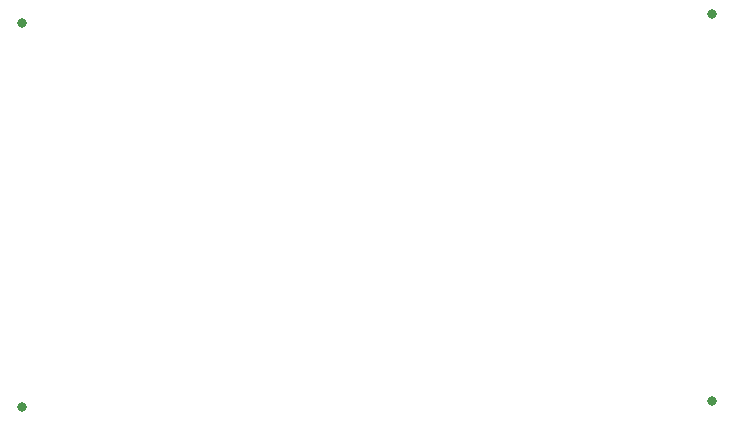
<source format=gbr>
G04 #@! TF.FileFunction,Soldermask,Top*
%FSLAX46Y46*%
G04 Gerber Fmt 4.6, Leading zero omitted, Abs format (unit mm)*
G04 Created by KiCad (PCBNEW 4.0.7) date Mon May 14 02:01:04 2018*
%MOMM*%
%LPD*%
G01*
G04 APERTURE LIST*
%ADD10C,0.100000*%
%ADD11C,0.800000*%
G04 APERTURE END LIST*
D10*
D11*
X167640000Y-122428000D03*
X167640000Y-89662000D03*
X109220000Y-90424000D03*
X109220000Y-122936000D03*
M02*

</source>
